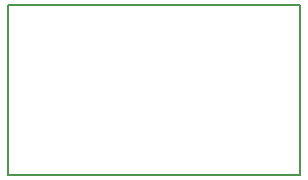
<source format=gbr>
%TF.GenerationSoftware,KiCad,Pcbnew,5.1.9+dfsg1-1~bpo10+1*%
%TF.CreationDate,2021-09-24T09:13:29+00:00*%
%TF.ProjectId,blinkenlights,626c696e-6b65-46e6-9c69-676874732e6b,rev?*%
%TF.SameCoordinates,Original*%
%TF.FileFunction,OtherDrawing,Comment*%
%FSLAX46Y46*%
G04 Gerber Fmt 4.6, Leading zero omitted, Abs format (unit mm)*
G04 Created by KiCad (PCBNEW 5.1.9+dfsg1-1~bpo10+1) date 2021-09-24 09:13:29*
%MOMM*%
%LPD*%
G01*
G04 APERTURE LIST*
%ADD10C,0.150000*%
G04 APERTURE END LIST*
D10*
X136000000Y-66900000D02*
X136000000Y-52500000D01*
X160700000Y-66900000D02*
X136000000Y-66900000D01*
X160700000Y-52500000D02*
X160700000Y-66900000D01*
X136000000Y-52500000D02*
X160700000Y-52500000D01*
M02*

</source>
